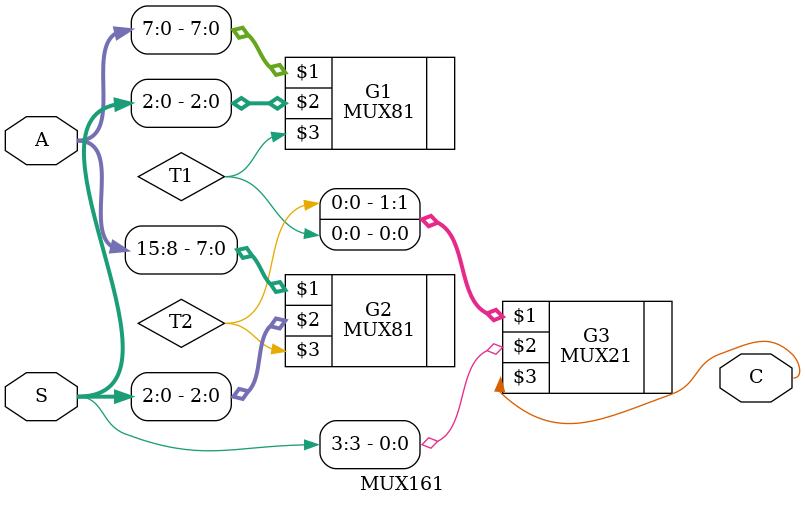
<source format=v>
`timescale 1ns / 1ps
module MUX161(
    input [15:0] A,
    input [3:0] S,
    output C
    );
	 
	 wire T1, T2;
	 
	 MUX81 G1(A[7:0], S[2:0], T1);
	 MUX81 G2(A[15:8], S[2:0], T2);
	 
	 MUX21 G3({T2, T1}, S[3], C);

endmodule

</source>
